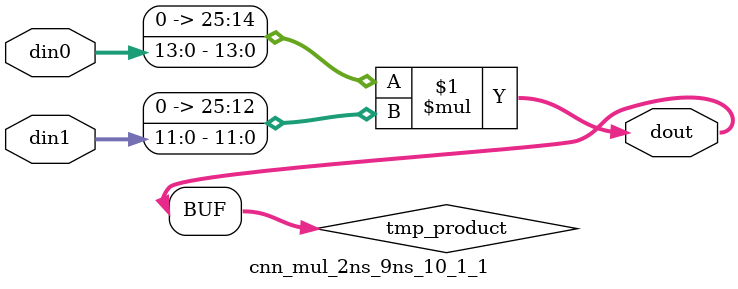
<source format=v>

`timescale 1 ns / 1 ps

  module cnn_mul_2ns_9ns_10_1_1(din0, din1, dout);
parameter ID = 1;
parameter NUM_STAGE = 0;
parameter din0_WIDTH = 14;
parameter din1_WIDTH = 12;
parameter dout_WIDTH = 26;

input [din0_WIDTH - 1 : 0] din0; 
input [din1_WIDTH - 1 : 0] din1; 
output [dout_WIDTH - 1 : 0] dout;

wire signed [dout_WIDTH - 1 : 0] tmp_product;










assign tmp_product = $signed({1'b0, din0}) * $signed({1'b0, din1});











assign dout = tmp_product;







endmodule

</source>
